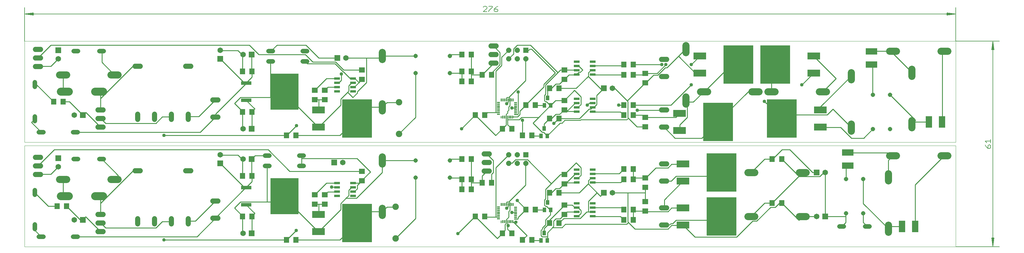
<source format=gtl>
G75*
%MOIN*%
%OFA0B0*%
%FSLAX24Y24*%
%IPPOS*%
%LPD*%
%AMOC8*
5,1,8,0,0,1.08239X$1,22.5*
%
%ADD10C,0.0000*%
%ADD11C,0.0051*%
%ADD12C,0.0060*%
%ADD13C,0.0101*%
%ADD14R,0.0130X0.0320*%
%ADD15R,0.0320X0.0130*%
%ADD16R,0.3299X0.4197*%
%ADD17R,0.1201X0.0400*%
%ADD18R,0.0701X0.0283*%
%ADD19C,0.0520*%
%ADD20R,0.1500X0.0820*%
%ADD21R,0.3500X0.4500*%
%ADD22R,0.0394X0.0551*%
%ADD23C,0.0825*%
%ADD24C,0.0945*%
%ADD25C,0.0600*%
%ADD26C,0.0650*%
%ADD27R,0.0650X0.0650*%
%ADD28R,0.0630X0.0709*%
%ADD29C,0.0750*%
%ADD30R,0.0709X0.0630*%
%ADD31R,0.1339X0.0748*%
%ADD32R,0.0748X0.1339*%
%ADD33C,0.0515*%
%ADD34R,0.0600X0.0600*%
%ADD35OC8,0.0600*%
%ADD36C,0.0100*%
%ADD37C,0.0400*%
D10*
X000169Y000425D02*
X000169Y012236D01*
X108830Y012236D01*
X108830Y000425D01*
X000169Y000425D01*
X000169Y012630D02*
X000169Y024441D01*
X108830Y024441D01*
X108830Y012630D01*
X000169Y012630D01*
D11*
X000169Y024441D02*
X000169Y028358D01*
X000169Y027591D02*
X001193Y027716D01*
X001193Y027465D01*
X000169Y027591D01*
X001193Y027488D01*
X001193Y027539D02*
X000169Y027591D01*
X001193Y027693D01*
X001193Y027642D02*
X000169Y027591D01*
X108830Y027591D01*
X107807Y027488D01*
X107807Y027465D02*
X108830Y027591D01*
X107807Y027693D01*
X107807Y027716D02*
X107807Y027465D01*
X107807Y027539D02*
X108830Y027591D01*
X107807Y027642D01*
X107807Y027716D02*
X108830Y027591D01*
X108830Y028358D02*
X108830Y024441D01*
X113929Y024441D01*
X113161Y024441D02*
X113263Y023417D01*
X113287Y023417D02*
X113161Y024441D01*
X113059Y023417D01*
X113035Y023417D02*
X113287Y023417D01*
X113212Y023417D02*
X113161Y024441D01*
X113110Y023417D01*
X113035Y023417D02*
X113161Y024441D01*
X113161Y000425D01*
X113263Y001449D01*
X113287Y001449D02*
X113161Y000425D01*
X113059Y001449D01*
X113035Y001449D02*
X113287Y001449D01*
X113212Y001449D02*
X113161Y000425D01*
X113110Y001449D01*
X113035Y001449D02*
X113161Y000425D01*
X113929Y000425D02*
X108830Y000425D01*
D12*
X112585Y011904D02*
X112585Y012225D01*
X112691Y012331D01*
X112798Y012331D01*
X112905Y012225D01*
X112905Y012011D01*
X112798Y011904D01*
X112585Y011904D01*
X112371Y012118D01*
X112264Y012331D01*
X112478Y012549D02*
X112264Y012762D01*
X112905Y012762D01*
X112905Y012549D02*
X112905Y012976D01*
X055408Y027953D02*
X055408Y028060D01*
X055301Y028167D01*
X054981Y028167D01*
X054981Y027953D01*
X055087Y027847D01*
X055301Y027847D01*
X055408Y027953D01*
X054981Y028167D02*
X055194Y028381D01*
X055408Y028487D01*
X054763Y028487D02*
X054763Y028381D01*
X054336Y027953D01*
X054336Y027847D01*
X054119Y027847D02*
X053691Y027847D01*
X054119Y028274D01*
X054119Y028381D01*
X054012Y028487D01*
X053798Y028487D01*
X053691Y028381D01*
X054336Y028487D02*
X054763Y028487D01*
D13*
X055778Y015669D02*
X055778Y015449D01*
X055748Y015449D01*
X055748Y015669D01*
X055778Y015669D01*
X055778Y015549D02*
X055748Y015549D01*
X055748Y015649D02*
X055778Y015649D01*
X055778Y003464D02*
X055778Y003244D01*
X055748Y003244D01*
X055748Y003464D01*
X055778Y003464D01*
X055778Y003344D02*
X055748Y003344D01*
X055748Y003444D02*
X055778Y003444D01*
D14*
X055960Y003354D03*
X056157Y003354D03*
X056354Y003354D03*
X056551Y003354D03*
X056748Y003354D03*
X056944Y003354D03*
X057141Y003354D03*
X057173Y005370D03*
X056976Y005370D03*
X056779Y005370D03*
X056582Y005370D03*
X056385Y005370D03*
X056189Y005370D03*
X055992Y005370D03*
X055795Y005370D03*
X055960Y015559D03*
X056157Y015559D03*
X056354Y015559D03*
X056551Y015559D03*
X056748Y015559D03*
X056944Y015559D03*
X057141Y015559D03*
X057173Y017575D03*
X056976Y017575D03*
X056779Y017575D03*
X056582Y017575D03*
X056385Y017575D03*
X056189Y017575D03*
X055992Y017575D03*
X055795Y017575D03*
D15*
X055460Y017272D03*
X055460Y017075D03*
X055460Y016878D03*
X055460Y016681D03*
X055460Y016484D03*
X055460Y016287D03*
X055460Y016091D03*
X055460Y015894D03*
X057476Y015862D03*
X057476Y016059D03*
X057476Y016256D03*
X057476Y016453D03*
X057476Y016650D03*
X057476Y016846D03*
X057476Y017043D03*
X057476Y017240D03*
X057476Y005035D03*
X057476Y004839D03*
X057476Y004642D03*
X057476Y004445D03*
X057476Y004248D03*
X057476Y004051D03*
X057476Y003854D03*
X057476Y003657D03*
X055460Y003689D03*
X055460Y003886D03*
X055460Y004083D03*
X055460Y004280D03*
X055460Y004476D03*
X055460Y004673D03*
X055460Y004870D03*
X055460Y005067D03*
D16*
X030484Y006331D03*
X030484Y018535D03*
D17*
X026031Y017535D03*
X026031Y019535D03*
X026031Y007331D03*
X026031Y005331D03*
D18*
X036645Y006368D03*
X036645Y006868D03*
X038496Y006868D03*
X038496Y006368D03*
X038496Y007368D03*
X036645Y007368D03*
X036645Y007868D03*
X038496Y007868D03*
X064598Y007943D03*
X064598Y008443D03*
X064598Y008943D03*
X064598Y009443D03*
X066448Y009443D03*
X066448Y008943D03*
X066448Y008443D03*
X066448Y007943D03*
X066448Y005506D03*
X066448Y005006D03*
X066448Y004506D03*
X066448Y004006D03*
X064598Y004006D03*
X064598Y004506D03*
X064598Y005006D03*
X064598Y005506D03*
X064598Y016211D03*
X064598Y016711D03*
X064598Y017211D03*
X064598Y017711D03*
X066448Y017711D03*
X066448Y017211D03*
X066448Y016711D03*
X066448Y016211D03*
X066448Y020541D03*
X066448Y021041D03*
X066448Y021541D03*
X066448Y022041D03*
X064598Y022041D03*
X064598Y021541D03*
X064598Y021041D03*
X064598Y020541D03*
X038496Y020073D03*
X036645Y020073D03*
X036645Y019573D03*
X036645Y019073D03*
X038496Y019073D03*
X038496Y019573D03*
X038496Y018573D03*
X036645Y018573D03*
D19*
X033138Y022079D02*
X032618Y022079D01*
X029138Y022079D02*
X028618Y022079D01*
X028618Y023260D02*
X029138Y023260D01*
X032618Y023260D02*
X033138Y023260D01*
X009409Y023260D02*
X008889Y023260D01*
X006409Y023260D02*
X005889Y023260D01*
X001350Y019614D02*
X001350Y019094D01*
X001350Y015614D02*
X001350Y015094D01*
X001846Y013811D02*
X002366Y013811D01*
X005846Y013811D02*
X006366Y013811D01*
X006409Y010661D02*
X005889Y010661D01*
X008889Y010661D02*
X009409Y010661D01*
X001350Y007016D02*
X001350Y006496D01*
X001350Y003016D02*
X001350Y002496D01*
X001846Y001606D02*
X002366Y001606D01*
X005846Y001606D02*
X006366Y001606D01*
X028224Y009874D02*
X028744Y009874D01*
X032224Y009874D02*
X032744Y009874D01*
X032744Y011055D02*
X032224Y011055D01*
X028744Y011055D02*
X028224Y011055D01*
X095259Y002787D02*
X095779Y002787D01*
X098259Y002787D02*
X098779Y002787D01*
D20*
X076984Y002969D03*
X076984Y004969D03*
X076984Y008087D03*
X076984Y010087D03*
X076590Y013992D03*
X076590Y015992D03*
X093039Y016386D03*
X093039Y014386D03*
X092252Y020685D03*
X092252Y022685D03*
X078952Y022685D03*
X078952Y020685D03*
X034464Y016386D03*
X034464Y014386D03*
X034464Y004181D03*
X034464Y002181D03*
D21*
X038964Y003181D03*
X081484Y003969D03*
X081484Y009087D03*
X081090Y014992D03*
X088539Y015386D03*
X087752Y021685D03*
X083452Y021685D03*
X038964Y015386D03*
D22*
X060425Y013378D03*
X061173Y013378D03*
X060799Y014244D03*
X060819Y016921D03*
X061567Y016921D03*
X061193Y017787D03*
X061193Y005583D03*
X061567Y004717D03*
X060819Y004717D03*
X060799Y002039D03*
X061173Y001173D03*
X060425Y001173D03*
D23*
X041901Y004099D02*
X041901Y004924D01*
X041901Y010099D02*
X041901Y010924D01*
X041901Y016304D02*
X041901Y017129D01*
X041901Y022304D02*
X041901Y023129D01*
X011062Y020504D02*
X010237Y020504D01*
X005062Y020504D02*
X004237Y020504D01*
X004237Y008299D02*
X005062Y008299D01*
X010237Y008299D02*
X011062Y008299D01*
X077334Y017091D02*
X077334Y017916D01*
X079040Y018535D02*
X079865Y018535D01*
X085040Y018535D02*
X085865Y018535D01*
X086914Y018535D02*
X087739Y018535D01*
X092914Y018535D02*
X093739Y018535D01*
X096626Y019942D02*
X096626Y020767D01*
X103712Y021161D02*
X103712Y020336D01*
X101912Y023260D02*
X101087Y023260D01*
X107087Y023260D02*
X107912Y023260D01*
X077334Y023091D02*
X077334Y023916D01*
X103712Y015161D02*
X103712Y014336D01*
X096626Y013942D02*
X096626Y014767D01*
X101087Y011055D02*
X101912Y011055D01*
X107087Y011055D02*
X107912Y011055D01*
X100956Y008956D02*
X100956Y008131D01*
X091377Y009087D02*
X090552Y009087D01*
X085377Y009087D02*
X084552Y009087D01*
X084552Y003969D02*
X085377Y003969D01*
X090552Y003969D02*
X091377Y003969D01*
X100956Y002956D02*
X100956Y002131D01*
D24*
X009334Y006331D02*
X008389Y006331D01*
X005334Y006331D02*
X004389Y006331D01*
X004389Y018535D02*
X005334Y018535D01*
X008389Y018535D02*
X009334Y018535D01*
D25*
X009343Y016386D02*
X008743Y016386D01*
X008743Y015386D02*
X009343Y015386D01*
X013361Y015285D02*
X013361Y015885D01*
X015321Y015885D02*
X015321Y015285D01*
X017301Y015285D02*
X017301Y015885D01*
X019261Y015885D02*
X019261Y015285D01*
X022129Y015567D02*
X022729Y015567D01*
X022729Y017567D02*
X022129Y017567D01*
X009343Y014386D02*
X008743Y014386D01*
X002044Y010874D02*
X001444Y010874D01*
X001444Y009874D02*
X002044Y009874D01*
X002044Y008874D02*
X001444Y008874D01*
X013061Y009281D02*
X013661Y009281D01*
X018961Y009281D02*
X019561Y009281D01*
X022129Y005756D02*
X022729Y005756D01*
X022729Y003756D02*
X022129Y003756D01*
X019261Y003681D02*
X019261Y003081D01*
X017301Y003081D02*
X017301Y003681D01*
X015321Y003681D02*
X015321Y003081D01*
X013361Y003081D02*
X013361Y003681D01*
X009343Y003181D02*
X008743Y003181D01*
X008743Y004181D02*
X009343Y004181D01*
X009343Y002181D02*
X008743Y002181D01*
X053806Y009268D02*
X054406Y009268D01*
X054406Y010268D02*
X053806Y010268D01*
X053806Y011268D02*
X054406Y011268D01*
X074491Y010087D02*
X075091Y010087D01*
X075091Y008087D02*
X074491Y008087D01*
X074491Y004969D02*
X075091Y004969D01*
X075091Y002969D02*
X074491Y002969D01*
X074491Y014386D02*
X075091Y014386D01*
X075091Y016386D02*
X074491Y016386D01*
X074491Y020291D02*
X075091Y020291D01*
X075091Y022291D02*
X074491Y022291D01*
X055193Y021866D02*
X054593Y021866D01*
X054593Y022866D02*
X055193Y022866D01*
X055193Y023866D02*
X054593Y023866D01*
X019561Y021485D02*
X018961Y021485D01*
X013661Y021485D02*
X013061Y021485D01*
X002044Y021472D02*
X001444Y021472D01*
X001444Y022472D02*
X002044Y022472D01*
X002044Y023472D02*
X001444Y023472D01*
D26*
X004106Y022366D03*
X023004Y023366D03*
X025653Y022866D03*
X037677Y022472D03*
X068779Y018929D03*
X037283Y010268D03*
X025653Y010661D03*
X023004Y011161D03*
X025653Y014205D03*
X005968Y015780D03*
X004106Y009768D03*
X005968Y003575D03*
X025653Y002000D03*
X068779Y006724D03*
X092582Y003969D03*
X093582Y009087D03*
D27*
X092582Y009087D03*
X093582Y003969D03*
X067779Y006724D03*
X036283Y010268D03*
X026653Y010661D03*
X023004Y010161D03*
X026653Y014205D03*
X006968Y015780D03*
X004106Y010768D03*
X006968Y003575D03*
X026653Y002000D03*
X067779Y018929D03*
X036677Y022472D03*
X026653Y022866D03*
X023004Y022366D03*
X004106Y023366D03*
D28*
X025602Y020898D03*
X026704Y020898D03*
X026704Y016173D03*
X025602Y016173D03*
X030720Y013417D03*
X031822Y013417D03*
X026704Y008693D03*
X025602Y008693D03*
X025602Y003969D03*
X026704Y003969D03*
X030720Y001213D03*
X031822Y001213D03*
X052767Y003969D03*
X053870Y003969D03*
X058673Y004756D03*
X059775Y004756D03*
X061429Y003181D03*
X062531Y003181D03*
X057019Y002000D03*
X055917Y002000D03*
X058279Y001213D03*
X059381Y001213D03*
X070090Y003575D03*
X071193Y003575D03*
X071193Y004756D03*
X070090Y004756D03*
X062531Y006724D03*
X061429Y006724D03*
X054657Y007906D03*
X053555Y007906D03*
X052295Y008299D03*
X051193Y008299D03*
X051193Y007118D03*
X052295Y007118D03*
X052295Y010661D03*
X051193Y010661D03*
X058279Y013417D03*
X059381Y013417D03*
X057019Y014205D03*
X055917Y014205D03*
X061429Y015386D03*
X062531Y015386D03*
X059775Y016961D03*
X058673Y016961D03*
X053870Y015780D03*
X052767Y015780D03*
X061429Y018929D03*
X062531Y018929D03*
X070090Y020504D03*
X071193Y020504D03*
X071193Y021685D03*
X070090Y021685D03*
X054657Y020504D03*
X053555Y020504D03*
X052295Y020898D03*
X051193Y020898D03*
X051193Y019717D03*
X052295Y019717D03*
X052295Y022866D03*
X051193Y022866D03*
X070090Y016961D03*
X071193Y016961D03*
X071193Y015780D03*
X070090Y015780D03*
X087413Y010661D03*
X088515Y010661D03*
X071193Y009480D03*
X070090Y009480D03*
X070090Y008299D03*
X071193Y008299D03*
X087413Y005543D03*
X088515Y005543D03*
X005051Y005150D03*
X003948Y005150D03*
X003555Y017354D03*
X004657Y017354D03*
D29*
X043870Y017286D03*
X043870Y013586D03*
X043476Y005081D03*
X043476Y001381D03*
D30*
X035208Y005386D03*
X034027Y005386D03*
X034027Y006488D03*
X035208Y006488D03*
X039539Y008142D03*
X039539Y009244D03*
X063161Y008850D03*
X063161Y007748D03*
X063161Y005307D03*
X063161Y004205D03*
X072610Y004598D03*
X072610Y005701D03*
X072610Y007354D03*
X072610Y008457D03*
X072610Y014441D03*
X072610Y015543D03*
X063161Y016409D03*
X063161Y017512D03*
X072610Y019559D03*
X072610Y020661D03*
X063161Y021055D03*
X063161Y019953D03*
X039539Y019953D03*
X039539Y021055D03*
X035208Y018693D03*
X034027Y018693D03*
X034027Y017591D03*
X035208Y017591D03*
D31*
X096232Y011429D03*
X096232Y009894D03*
X098988Y021705D03*
X098988Y023240D03*
D32*
X105700Y014992D03*
X107236Y014992D03*
X104086Y002787D03*
X102551Y002787D03*
D33*
X098019Y004331D03*
X096019Y004331D03*
X096019Y008331D03*
X098019Y008331D03*
X099169Y014173D03*
X101169Y014173D03*
X101169Y018173D03*
X099169Y018173D03*
X049807Y020685D03*
X045807Y020685D03*
X045807Y022685D03*
X049807Y022685D03*
X049807Y010480D03*
X045807Y010480D03*
X045807Y008480D03*
X049807Y008480D03*
D34*
X058649Y011161D03*
X058649Y023366D03*
D35*
X057649Y023366D03*
X056649Y023366D03*
X056649Y022366D03*
X057649Y022366D03*
X058649Y022366D03*
X057649Y011161D03*
X056649Y011161D03*
X056649Y010161D03*
X057649Y010161D03*
X058649Y010161D03*
D36*
X058633Y010150D01*
X058633Y007630D01*
X056704Y005701D01*
X056704Y005661D01*
X056783Y005583D01*
X056783Y005386D01*
X056779Y005370D01*
X056783Y005346D01*
X056783Y004677D01*
X056665Y004559D01*
X056665Y003890D01*
X056350Y003575D01*
X056350Y003378D01*
X056354Y003354D01*
X056350Y003339D01*
X056350Y003142D01*
X056232Y003024D01*
X056232Y002315D01*
X055917Y002000D01*
X055326Y001409D01*
X052767Y003969D01*
X052728Y003969D01*
X050720Y001961D01*
X056547Y002472D02*
X057019Y002000D01*
X056547Y002472D02*
X056547Y002906D01*
X056586Y002906D01*
X056547Y002906D02*
X056547Y003339D01*
X056551Y003354D01*
X057141Y003354D02*
X057177Y003339D01*
X057354Y003161D01*
X057492Y003299D01*
X057354Y003161D02*
X058791Y001724D01*
X058279Y001213D01*
X059381Y001213D02*
X059421Y001173D01*
X060425Y001173D01*
X060563Y001606D02*
X060444Y001724D01*
X060444Y002354D01*
X060602Y002512D01*
X060602Y002630D01*
X060956Y002984D01*
X060956Y003575D01*
X061547Y004165D01*
X061547Y004717D01*
X061567Y004717D01*
X061507Y004717D01*
X061074Y005150D01*
X060956Y005150D01*
X060838Y005268D01*
X060838Y005898D01*
X060956Y006016D01*
X060956Y007118D01*
X061645Y007807D01*
X058870Y010583D01*
X057452Y010583D01*
X057059Y010189D01*
X056665Y010189D01*
X056649Y010161D01*
X054854Y010504D02*
X054106Y011252D01*
X054106Y011268D01*
X055169Y009677D02*
X056626Y011134D01*
X056649Y011161D01*
X054854Y010504D02*
X054854Y009087D01*
X054657Y008890D01*
X054657Y007906D01*
X053555Y007906D02*
X053555Y008693D01*
X054106Y009244D01*
X054106Y009268D01*
X055169Y009677D02*
X055169Y003890D01*
X055444Y003890D01*
X055460Y003886D01*
X055169Y003890D02*
X053948Y003890D01*
X053870Y003969D01*
X057019Y004441D02*
X057452Y004441D01*
X057476Y004445D01*
X057767Y003850D02*
X058673Y004756D01*
X058673Y004795D01*
X057649Y005819D01*
X056704Y005661D02*
X056468Y005661D01*
X056389Y005583D01*
X056389Y005386D01*
X056385Y005370D01*
X056582Y005370D02*
X056586Y005346D01*
X056586Y005071D01*
X056429Y004913D01*
X059775Y004756D02*
X059815Y004717D01*
X060819Y004717D01*
X061429Y003535D02*
X063161Y005268D01*
X063161Y005307D01*
X064067Y005307D01*
X064460Y004913D01*
X064578Y005031D01*
X064598Y005006D01*
X064618Y004992D01*
X064696Y005071D01*
X065090Y004677D01*
X065090Y004323D01*
X064775Y004008D01*
X064618Y004008D01*
X064598Y004006D01*
X065011Y003732D02*
X063082Y003732D01*
X062531Y003181D01*
X062649Y003693D02*
X063161Y004205D01*
X063200Y004205D01*
X063476Y004480D01*
X064578Y004480D01*
X064598Y004506D01*
X064618Y004520D01*
X065011Y003732D02*
X065759Y004480D01*
X065956Y004480D01*
X065956Y005740D01*
X066960Y006744D01*
X065956Y007748D01*
X065917Y007748D01*
X064893Y006724D01*
X062531Y006724D01*
X062177Y007236D02*
X061665Y006724D01*
X061429Y006724D01*
X061193Y006488D01*
X061193Y005583D01*
X065956Y004480D02*
X066429Y004480D01*
X066448Y004506D01*
X066468Y004992D02*
X066448Y005006D01*
X066468Y004992D02*
X069854Y004992D01*
X070090Y004756D01*
X071193Y004756D02*
X071232Y004598D01*
X072610Y004598D01*
X072649Y004598D01*
X072728Y004520D01*
X075248Y004520D01*
X075681Y004953D01*
X076980Y004953D01*
X076984Y004969D01*
X074815Y004992D02*
X074791Y004969D01*
X074815Y004992D02*
X074815Y005898D01*
X076980Y008063D01*
X076984Y008087D01*
X076193Y008654D02*
X081035Y008654D01*
X081468Y009087D01*
X081484Y009087D01*
X084964Y009087D02*
X084972Y009087D01*
X086547Y010661D01*
X087413Y010661D01*
X087452Y010661D01*
X088555Y011764D01*
X089460Y011764D01*
X092137Y009087D01*
X092582Y009087D01*
X092964Y008614D02*
X093437Y009087D01*
X093582Y009087D01*
X093594Y009047D01*
X093594Y004008D01*
X093582Y003969D01*
X095996Y003969D01*
X095996Y004323D01*
X096019Y004331D01*
X098019Y004331D02*
X098043Y004323D01*
X098043Y003260D01*
X098515Y002787D01*
X098519Y002787D01*
X100956Y002551D02*
X100956Y002543D01*
X100996Y002551D01*
X101232Y002787D01*
X102551Y002787D01*
X100956Y002551D02*
X098043Y005465D01*
X098043Y008299D01*
X098019Y008331D01*
X096035Y008339D02*
X096019Y008331D01*
X096035Y008339D02*
X096035Y009677D01*
X096232Y009874D01*
X096232Y009894D01*
X100956Y010504D02*
X101468Y011016D01*
X101500Y011055D01*
X101468Y011055D01*
X101114Y011409D01*
X096232Y011409D01*
X096232Y011429D01*
X100956Y010504D02*
X100956Y008543D01*
X104106Y007669D02*
X107492Y011055D01*
X107500Y011055D01*
X099145Y014165D02*
X098082Y013102D01*
X096665Y013102D01*
X095405Y014362D01*
X093043Y014362D01*
X093039Y014386D01*
X094500Y016488D02*
X096626Y014362D01*
X096626Y014354D01*
X099145Y014165D02*
X099169Y014173D01*
X103712Y014748D02*
X103988Y014992D01*
X105700Y014992D01*
X104145Y015189D02*
X103712Y014756D01*
X103712Y014748D01*
X104145Y015189D02*
X101193Y018142D01*
X101169Y018173D01*
X099169Y018173D02*
X099145Y018181D01*
X099145Y021528D01*
X098988Y021685D01*
X098988Y021705D01*
X101271Y023220D02*
X103712Y020780D01*
X103712Y020748D01*
X096626Y020354D02*
X096626Y020346D01*
X093043Y016764D01*
X093043Y016409D01*
X093039Y016386D01*
X093830Y015819D02*
X094500Y016488D01*
X093830Y015819D02*
X088948Y015819D01*
X088555Y015425D01*
X088539Y015386D01*
X088515Y015386D01*
X086507Y017394D01*
X087326Y018535D02*
X087334Y018535D01*
X087334Y021291D01*
X087728Y021685D01*
X087752Y021685D01*
X083452Y021685D02*
X082649Y021685D01*
X079500Y018535D01*
X079452Y018535D01*
X079421Y018535D01*
X078200Y017315D01*
X077531Y017315D01*
X077334Y017504D01*
X077334Y017472D01*
X077492Y017315D01*
X077492Y015543D01*
X076626Y014677D01*
X076626Y014008D01*
X076590Y013992D01*
X076074Y013102D02*
X074791Y014386D01*
X072610Y014441D02*
X071626Y014441D01*
X070622Y015445D01*
X070444Y015268D01*
X065090Y015268D01*
X065011Y015189D01*
X063200Y015189D01*
X062885Y014874D01*
X062649Y014874D01*
X061193Y013417D01*
X061173Y013378D01*
X061153Y013378D01*
X060720Y013811D01*
X060563Y013811D01*
X059500Y014874D01*
X060149Y015524D01*
X060130Y015543D01*
X058161Y015543D01*
X057885Y015268D01*
X056547Y015268D01*
X056547Y015543D01*
X056551Y015559D01*
X056354Y015559D02*
X056350Y015583D01*
X056350Y015858D01*
X056547Y016055D01*
X056547Y016252D01*
X056665Y016370D01*
X056665Y016764D01*
X056783Y016882D01*
X056783Y017551D01*
X056779Y017575D01*
X056783Y017591D01*
X056783Y017787D01*
X056704Y017866D01*
X056704Y017906D01*
X058633Y019835D01*
X058633Y022354D01*
X058649Y022366D01*
X057216Y022945D02*
X056665Y022394D01*
X056649Y022366D01*
X055838Y022551D02*
X056626Y023339D01*
X056649Y023366D01*
X057216Y023535D02*
X057216Y022945D01*
X058649Y023366D02*
X058673Y023378D01*
X058988Y023378D01*
X059106Y023496D01*
X059342Y023496D01*
X062098Y020740D01*
X060759Y019402D01*
X060759Y019087D01*
X058673Y017000D01*
X058673Y016961D01*
X057964Y016252D01*
X057964Y015858D01*
X057689Y015583D01*
X057177Y015583D01*
X057141Y015559D01*
X057476Y015862D02*
X057492Y015858D01*
X057689Y015858D01*
X057767Y015937D01*
X057767Y018496D01*
X056704Y017866D02*
X056468Y017866D01*
X056389Y017787D01*
X056389Y017591D01*
X056385Y017575D01*
X056582Y017575D02*
X056586Y017551D01*
X056586Y017276D01*
X056429Y017118D01*
X057019Y016646D02*
X057452Y016646D01*
X057476Y016650D01*
X055460Y016091D02*
X055444Y016094D01*
X055169Y016094D01*
X055169Y020937D01*
X055838Y021606D01*
X055838Y022551D01*
X055641Y023102D02*
X054893Y023850D01*
X054893Y023866D01*
X055641Y023102D02*
X055641Y021685D01*
X054657Y020701D01*
X054657Y020504D01*
X053594Y020504D02*
X053555Y020504D01*
X052295Y020504D01*
X052295Y019717D01*
X051193Y019717D02*
X051193Y020898D01*
X051153Y020701D01*
X049815Y020701D01*
X049807Y020685D01*
X052295Y020504D02*
X052295Y020898D01*
X052295Y022866D01*
X051193Y022866D02*
X049972Y022866D01*
X049815Y022709D01*
X049807Y022685D01*
X045807Y022685D02*
X045799Y022709D01*
X041901Y022709D01*
X041901Y022717D01*
X041862Y022709D01*
X041626Y022472D01*
X040051Y022472D01*
X040051Y019598D01*
X038988Y018535D01*
X038988Y018378D01*
X038476Y017866D01*
X037866Y018476D01*
X038004Y018614D01*
X038004Y019244D01*
X038319Y019559D01*
X038476Y019559D01*
X038496Y019573D01*
X038515Y019559D01*
X038515Y019087D02*
X038496Y019073D01*
X038515Y019087D02*
X038673Y019087D01*
X039185Y019598D01*
X038712Y020071D01*
X038515Y020071D01*
X038496Y020073D01*
X038476Y020110D01*
X038122Y020110D01*
X037374Y020858D01*
X037334Y020858D01*
X036389Y021803D01*
X033161Y021803D01*
X032885Y022079D01*
X032878Y022079D01*
X032925Y022866D02*
X033791Y022000D01*
X036468Y022000D01*
X037413Y021055D01*
X039539Y021055D01*
X037137Y020583D02*
X037137Y019874D01*
X036862Y019598D01*
X036665Y019598D01*
X036645Y019573D01*
X036645Y019073D02*
X036626Y019047D01*
X035563Y019047D01*
X035208Y018693D01*
X034027Y018693D02*
X035405Y020071D01*
X036626Y020071D01*
X036645Y020073D01*
X039185Y019598D02*
X039539Y019953D01*
X037866Y018476D02*
X037059Y017669D01*
X037059Y016961D01*
X034500Y014402D01*
X034464Y014386D01*
X034421Y014402D01*
X030405Y018417D01*
X030484Y018535D01*
X028870Y017906D01*
X028870Y022079D01*
X028878Y022079D01*
X027492Y022866D02*
X026389Y023969D01*
X003240Y023969D01*
X001744Y022472D01*
X003240Y021488D02*
X004106Y022354D01*
X004106Y022366D01*
X003240Y021488D02*
X001744Y021488D01*
X001744Y021472D01*
X004649Y020504D02*
X004657Y020504D01*
X004657Y018732D01*
X004854Y018535D01*
X004862Y018535D01*
X003555Y017354D02*
X001468Y019441D01*
X001350Y019323D01*
X001350Y019354D01*
X008862Y018535D02*
X008870Y018535D01*
X009027Y018378D01*
X009027Y017748D01*
X009067Y017748D01*
X012767Y021449D01*
X013358Y021449D01*
X013361Y021485D01*
X010649Y020504D02*
X010641Y020504D01*
X009185Y021961D01*
X009185Y023260D01*
X009149Y023260D01*
X023004Y023339D02*
X023004Y023366D01*
X023004Y023339D02*
X025051Y023339D01*
X025563Y022827D01*
X025653Y022866D01*
X025641Y022866D01*
X025602Y022827D01*
X025602Y020898D01*
X026665Y020898D02*
X026704Y020898D01*
X026704Y020228D01*
X026035Y019559D01*
X026031Y019535D01*
X025917Y019402D01*
X022452Y015937D01*
X022452Y015583D01*
X022429Y015567D01*
X022413Y015543D01*
X020681Y013811D01*
X006106Y013811D01*
X007334Y016094D02*
X009043Y014386D01*
X009618Y014835D02*
X009067Y015386D01*
X009043Y015386D01*
X007334Y016094D02*
X007019Y015780D01*
X006968Y015780D01*
X006980Y015780D01*
X005405Y017354D01*
X004657Y017354D01*
X009027Y017748D02*
X009027Y016409D01*
X009043Y016386D01*
X009618Y014835D02*
X015484Y014835D01*
X016232Y015583D01*
X017295Y015583D01*
X017301Y015585D01*
X019261Y015585D02*
X019263Y015622D01*
X020484Y015622D01*
X022429Y017567D01*
X024657Y017157D02*
X025366Y017866D01*
X029815Y017866D01*
X030484Y018535D01*
X034027Y017591D02*
X034500Y017591D01*
X034500Y016409D01*
X034464Y016386D01*
X034500Y017591D02*
X035208Y017591D01*
X038988Y015425D02*
X040287Y016724D01*
X041862Y016724D01*
X041901Y016717D01*
X041901Y016724D01*
X042452Y017276D01*
X043870Y017276D01*
X043870Y017286D01*
X045799Y015543D02*
X043870Y013614D01*
X043870Y013586D01*
X045799Y015543D02*
X045799Y020661D01*
X045807Y020685D01*
X040051Y022472D02*
X037677Y022472D01*
X036677Y022472D02*
X034500Y022472D01*
X033004Y023969D01*
X029618Y023969D01*
X028909Y023260D01*
X028878Y023260D01*
X027492Y022866D02*
X032925Y022866D01*
X026665Y022866D02*
X026653Y022866D01*
X026665Y022866D02*
X026665Y020898D01*
X026031Y019535D02*
X025996Y019520D01*
X025917Y019441D01*
X023004Y022354D01*
X023004Y022366D01*
X026031Y017535D02*
X026035Y017512D01*
X027019Y016528D01*
X026704Y016213D01*
X026704Y016173D01*
X026704Y014244D01*
X026665Y014205D01*
X026653Y014205D01*
X025653Y014205D02*
X025641Y014205D01*
X025602Y014244D01*
X025602Y016173D01*
X025602Y016213D01*
X024657Y017157D01*
X030759Y013417D02*
X031901Y014559D01*
X031822Y013417D02*
X036980Y013417D01*
X038948Y015386D01*
X038964Y015386D01*
X038988Y015425D01*
X030759Y013417D02*
X030720Y013417D01*
X016429Y013417D01*
X023004Y011161D02*
X023004Y011134D01*
X025051Y011134D01*
X025563Y010622D01*
X025653Y010661D01*
X025641Y010661D01*
X025602Y010622D01*
X025602Y008693D01*
X026665Y008693D02*
X026704Y008693D01*
X026704Y008024D01*
X026035Y007354D01*
X026031Y007331D01*
X025878Y007236D01*
X022452Y003811D01*
X022452Y003772D01*
X022429Y003756D01*
X022413Y003732D01*
X020287Y001606D01*
X006106Y001606D01*
X007295Y003929D02*
X009043Y002181D01*
X009618Y002630D02*
X009067Y003181D01*
X009043Y003181D01*
X007295Y003929D02*
X006980Y003614D01*
X006968Y003575D01*
X006941Y003575D01*
X006783Y003417D01*
X005051Y005150D01*
X003948Y005150D02*
X002925Y005150D01*
X001350Y006724D01*
X001350Y006756D01*
X004657Y006528D02*
X004854Y006331D01*
X004862Y006331D01*
X004657Y006528D02*
X004657Y008299D01*
X004649Y008299D01*
X003240Y008890D02*
X004106Y009756D01*
X004106Y009768D01*
X003633Y011764D02*
X001744Y009874D01*
X001744Y008890D02*
X001744Y008874D01*
X001744Y008890D02*
X003240Y008890D01*
X009149Y010661D02*
X009185Y010661D01*
X011114Y008732D01*
X010681Y008299D01*
X010649Y008299D01*
X012767Y009244D02*
X009067Y005543D01*
X009027Y005543D01*
X009027Y004205D01*
X009043Y004181D01*
X009027Y005543D02*
X009027Y006173D01*
X008870Y006331D01*
X008862Y006331D01*
X015484Y002630D02*
X016232Y003378D01*
X017295Y003378D01*
X017301Y003381D01*
X019261Y003381D02*
X019263Y003417D01*
X020090Y003417D01*
X022429Y005756D01*
X024657Y004953D02*
X025366Y005661D01*
X028476Y005661D01*
X028476Y009874D01*
X028484Y009874D01*
X027059Y011055D02*
X026665Y010661D01*
X026653Y010661D01*
X026665Y010622D01*
X026665Y008693D01*
X028594Y011764D02*
X031114Y009244D01*
X039539Y009244D01*
X040523Y009165D02*
X039539Y008181D01*
X039539Y008142D01*
X039224Y007866D01*
X038515Y007866D01*
X038496Y007868D01*
X038988Y007591D02*
X039539Y008142D01*
X038988Y007591D02*
X038988Y007197D01*
X038673Y006882D01*
X038515Y006882D01*
X038496Y006868D01*
X038319Y007354D02*
X038004Y007039D01*
X038004Y006409D01*
X037708Y006114D01*
X037728Y006094D01*
X038909Y006094D01*
X041901Y009087D01*
X041901Y010512D01*
X041901Y010504D01*
X045799Y010504D01*
X045807Y010480D01*
X049807Y010480D02*
X049815Y010504D01*
X049972Y010661D01*
X051193Y010661D01*
X052295Y010661D02*
X052295Y008299D01*
X052295Y007906D01*
X053555Y007906D01*
X052295Y007906D02*
X052295Y007118D01*
X051193Y007118D02*
X051193Y008299D01*
X051153Y008299D01*
X050996Y008457D01*
X049815Y008457D01*
X049807Y008480D01*
X045807Y008480D02*
X045799Y008457D01*
X045799Y003732D01*
X043476Y001409D01*
X043476Y001381D01*
X038948Y003181D02*
X036980Y001213D01*
X031822Y001213D01*
X030759Y001213D02*
X030720Y001213D01*
X016429Y001213D01*
X015484Y002630D02*
X009618Y002630D01*
X002106Y001606D02*
X002098Y001606D01*
X001153Y002551D01*
X001350Y002748D01*
X001350Y002756D01*
X024657Y004953D02*
X025602Y004008D01*
X025602Y003969D01*
X025602Y002039D01*
X025641Y002000D01*
X025653Y002000D01*
X026653Y002000D02*
X026665Y002000D01*
X026704Y002039D01*
X026704Y003969D01*
X026704Y004008D01*
X027019Y004323D01*
X026035Y005307D01*
X026031Y005331D01*
X028476Y005661D02*
X029815Y005661D01*
X030484Y006331D01*
X030405Y006213D01*
X034421Y002197D01*
X034464Y002181D01*
X034500Y002197D01*
X037059Y004756D01*
X037059Y005465D01*
X037708Y006114D01*
X036645Y006868D02*
X036626Y006843D01*
X035563Y006843D01*
X035208Y006488D01*
X034027Y006488D02*
X035405Y007866D01*
X036626Y007866D01*
X036645Y007868D01*
X036626Y007394D02*
X035996Y007394D01*
X036626Y007394D02*
X036645Y007368D01*
X038319Y007354D02*
X038476Y007354D01*
X038496Y007368D01*
X038515Y007354D01*
X040523Y009165D02*
X038948Y010740D01*
X032492Y010740D01*
X032492Y009874D01*
X032484Y009874D01*
X032492Y010740D02*
X032492Y011055D01*
X032484Y011055D01*
X028594Y011764D02*
X003633Y011764D01*
X002106Y013811D02*
X002098Y013811D01*
X000956Y014953D01*
X001350Y015346D01*
X001350Y015354D01*
X023004Y010161D02*
X023004Y010150D01*
X025917Y007236D01*
X025996Y007315D01*
X026031Y007331D01*
X034027Y005386D02*
X034500Y005386D01*
X034500Y004205D01*
X034464Y004181D01*
X034500Y005386D02*
X035208Y005386D01*
X038988Y003220D02*
X040287Y004520D01*
X041862Y004520D01*
X041901Y004512D01*
X041901Y004520D01*
X042452Y005071D01*
X043476Y005071D01*
X043476Y005081D01*
X038988Y003220D02*
X038964Y003181D01*
X038948Y003181D01*
X031862Y002315D02*
X030759Y001213D01*
X057476Y003657D02*
X057492Y003654D01*
X057689Y003654D01*
X057767Y003732D01*
X057767Y003850D01*
X060799Y002551D02*
X061429Y003181D01*
X061429Y003535D01*
X061901Y003417D02*
X062177Y003693D01*
X062649Y003693D01*
X061901Y003417D02*
X061901Y002787D01*
X061803Y002689D01*
X061822Y002669D01*
X062885Y002669D01*
X063279Y003063D01*
X070444Y003063D01*
X070602Y003220D01*
X070641Y003220D01*
X070661Y003240D01*
X071389Y002512D01*
X075248Y002512D01*
X075681Y002945D01*
X076980Y002945D01*
X076984Y002969D01*
X077019Y002945D01*
X078397Y001567D01*
X083279Y001567D01*
X085130Y003417D01*
X085602Y003417D01*
X087216Y005031D01*
X087767Y005031D01*
X088279Y005543D01*
X088515Y005543D01*
X090523Y003535D01*
X090956Y003969D01*
X090964Y003969D01*
X092582Y003969D01*
X095523Y002787D02*
X095996Y003260D01*
X095996Y003969D01*
X095523Y002787D02*
X095519Y002787D01*
X104086Y002787D02*
X104106Y002787D01*
X104106Y007669D01*
X092964Y008614D02*
X090523Y008614D01*
X090484Y008614D01*
X087452Y005583D01*
X087452Y005543D01*
X087413Y005543D01*
X086547Y005543D01*
X084972Y003969D01*
X084964Y003969D01*
X081484Y003969D02*
X081468Y003969D01*
X081035Y003535D01*
X076193Y003535D01*
X075799Y003142D01*
X075602Y003142D01*
X075444Y002984D01*
X074815Y002984D01*
X074791Y002969D01*
X071193Y003575D02*
X071193Y004756D01*
X070090Y003575D02*
X069696Y003969D01*
X066468Y003969D01*
X066448Y004006D01*
X070563Y003339D02*
X070563Y006724D01*
X072610Y006724D01*
X072610Y005701D01*
X072610Y006724D02*
X072610Y007354D01*
X070563Y006724D02*
X068779Y006724D01*
X067779Y006724D02*
X067767Y006724D01*
X067374Y006331D01*
X066960Y006744D01*
X065956Y007748D02*
X065956Y008142D01*
X066232Y008417D01*
X066429Y008417D01*
X066448Y008443D01*
X066448Y008943D02*
X066468Y008969D01*
X069578Y008969D01*
X070090Y009480D01*
X071193Y009480D02*
X071193Y008299D01*
X071232Y008457D01*
X072610Y008457D01*
X072649Y008457D01*
X073830Y009638D01*
X075248Y009638D01*
X075681Y010071D01*
X076980Y010071D01*
X076984Y010087D01*
X076193Y008654D02*
X075641Y008102D01*
X074815Y008102D01*
X074791Y008087D01*
X070090Y008299D02*
X069736Y007945D01*
X066468Y007945D01*
X066448Y007943D01*
X065090Y008772D02*
X064775Y008457D01*
X064657Y008457D01*
X064598Y008443D01*
X064618Y008457D01*
X064578Y008929D02*
X064598Y008943D01*
X064578Y008929D02*
X064421Y008929D01*
X063437Y007945D01*
X063161Y007748D01*
X063122Y007748D01*
X062610Y007236D01*
X062177Y007236D01*
X063161Y007748D02*
X063319Y007906D01*
X064578Y007906D01*
X064598Y007943D01*
X062689Y008850D02*
X061645Y007807D01*
X062689Y008850D02*
X063161Y008850D01*
X064539Y010228D01*
X065090Y009677D01*
X065090Y008772D01*
X076074Y013102D02*
X079185Y013102D01*
X081074Y014992D01*
X081090Y014992D01*
X081114Y015031D01*
X084618Y018535D01*
X085452Y018535D01*
X090878Y019323D02*
X092216Y020661D01*
X092252Y020685D01*
X092256Y022669D02*
X094854Y020071D01*
X093319Y018535D01*
X093326Y018535D01*
X078952Y020685D02*
X078948Y020701D01*
X078437Y020701D01*
X076488Y022650D01*
X076468Y022630D01*
X076429Y022630D01*
X075130Y021331D01*
X074933Y021331D01*
X074067Y020465D01*
X073555Y020465D01*
X072649Y019559D01*
X072610Y019559D01*
X070504Y017453D01*
X070563Y017394D01*
X070563Y015504D01*
X070622Y015445D01*
X070090Y015780D02*
X069696Y016173D01*
X066468Y016173D01*
X066448Y016211D01*
X066232Y016488D02*
X066035Y016488D01*
X064933Y015386D01*
X062531Y015386D01*
X062492Y015386D01*
X061941Y014835D01*
X061429Y015386D02*
X060799Y014756D01*
X060799Y014244D01*
X060425Y013378D02*
X059421Y013378D01*
X059381Y013417D01*
X058279Y013417D02*
X058279Y015189D01*
X060149Y015524D02*
X061547Y016921D01*
X061567Y016921D01*
X061586Y016961D01*
X062137Y017512D01*
X063161Y017512D01*
X064342Y018693D01*
X065090Y017945D01*
X065090Y017039D01*
X064775Y016724D01*
X064657Y016724D01*
X064598Y016711D01*
X064618Y016724D01*
X064421Y017197D02*
X063476Y016252D01*
X063161Y016409D01*
X063122Y016409D01*
X062610Y015898D01*
X062177Y015898D01*
X061665Y015386D01*
X061429Y015386D01*
X063161Y016409D02*
X063358Y016213D01*
X064578Y016213D01*
X064598Y016211D01*
X065838Y016961D02*
X066074Y017197D01*
X066429Y017197D01*
X066448Y017211D01*
X066626Y016724D02*
X066941Y017039D01*
X066941Y018102D01*
X067767Y018929D01*
X067779Y018929D01*
X067531Y018732D01*
X065956Y020307D01*
X065917Y020307D01*
X064539Y018929D01*
X062531Y018929D01*
X062177Y019441D02*
X061665Y018929D01*
X061429Y018929D01*
X061193Y018693D01*
X061193Y017787D01*
X061074Y017354D02*
X061507Y016921D01*
X061567Y016921D01*
X060819Y016921D02*
X059815Y016921D01*
X059775Y016961D01*
X060838Y017472D02*
X060956Y017354D01*
X061074Y017354D01*
X060838Y017472D02*
X060838Y018102D01*
X060956Y018220D01*
X060956Y019323D01*
X062393Y020760D01*
X059185Y023969D01*
X057649Y023969D01*
X057216Y023535D01*
X054893Y021866D02*
X054893Y021843D01*
X053594Y020543D01*
X053594Y020504D01*
X062177Y019441D02*
X062610Y019441D01*
X063122Y019953D01*
X063161Y019953D01*
X063712Y020504D01*
X064578Y020504D01*
X064598Y020541D01*
X064618Y020583D01*
X064815Y020780D01*
X065011Y020780D01*
X065287Y021055D01*
X064815Y021528D01*
X064618Y021528D01*
X064598Y021541D01*
X064578Y021055D02*
X063161Y021055D01*
X062689Y021055D01*
X062393Y020760D01*
X064578Y021055D02*
X064598Y021041D01*
X064618Y021055D01*
X065956Y020740D02*
X065956Y020307D01*
X065956Y020740D02*
X066232Y021016D01*
X066429Y021016D01*
X066448Y021041D01*
X066448Y020541D02*
X066468Y020504D01*
X070090Y020504D01*
X071193Y020504D02*
X072452Y020504D01*
X072610Y020661D01*
X073988Y020661D01*
X075011Y021685D01*
X074539Y021685D02*
X071193Y021685D01*
X070090Y021685D02*
X069972Y021567D01*
X066468Y021567D01*
X066448Y021541D01*
X068909Y019047D02*
X068791Y018929D01*
X068779Y018929D01*
X068909Y019047D02*
X070504Y017453D01*
X070090Y016961D02*
X069500Y016961D01*
X071193Y016961D02*
X075602Y016961D01*
X077964Y019323D01*
X077964Y021685D02*
X078948Y022669D01*
X078952Y022685D01*
X077334Y023535D02*
X076468Y022669D01*
X076488Y022650D01*
X077334Y023504D02*
X077334Y023535D01*
X092252Y022685D02*
X092256Y022669D01*
X098988Y023240D02*
X098988Y023260D01*
X101500Y023260D01*
X101271Y023220D01*
X107256Y023024D02*
X107492Y023260D01*
X107500Y023260D01*
X107256Y023024D02*
X107256Y014992D01*
X107236Y014992D01*
X090523Y008654D02*
X088515Y010661D01*
X090523Y008654D02*
X090956Y009087D01*
X090964Y009087D01*
X090523Y008654D02*
X090523Y008614D01*
X070661Y003240D02*
X070563Y003339D01*
X061803Y002689D02*
X061193Y002079D01*
X061193Y001606D01*
X060563Y001606D01*
X061193Y001606D02*
X061193Y001173D01*
X061173Y001173D01*
X060799Y002039D02*
X060799Y002551D01*
X028484Y011055D02*
X027059Y011055D01*
X013361Y009281D02*
X013358Y009244D01*
X012767Y009244D01*
X051153Y014205D02*
X052728Y015780D01*
X052767Y015780D01*
X055130Y013417D01*
X055917Y014205D01*
X056350Y014638D01*
X056350Y015543D01*
X056354Y015559D01*
X056547Y015268D02*
X056547Y014677D01*
X057019Y014205D01*
X054185Y016094D02*
X053870Y015780D01*
X054185Y016094D02*
X055169Y016094D01*
X064421Y017197D02*
X064578Y017197D01*
X064598Y017211D01*
X066232Y016488D02*
X066429Y016685D01*
X066448Y016711D01*
X066468Y016724D01*
X066626Y016724D01*
X071193Y015780D02*
X072374Y015780D01*
X072610Y015543D01*
X076153Y015543D01*
X076586Y015976D01*
X076590Y015992D01*
X074791Y016386D02*
X074775Y016370D01*
X071665Y016370D01*
D37*
X071665Y016370D03*
X069500Y016961D03*
X065838Y016961D03*
X058279Y015189D03*
X061941Y014835D03*
X057019Y016646D03*
X056429Y017118D03*
X057767Y018496D03*
X051153Y014205D03*
X031901Y014559D03*
X016429Y013417D03*
X035996Y007394D03*
X031862Y002315D03*
X016429Y001213D03*
X050720Y001961D03*
X056586Y002906D03*
X057492Y003299D03*
X057019Y004441D03*
X056429Y004913D03*
X057649Y005819D03*
X086507Y017394D03*
X090878Y019323D03*
X077964Y019323D03*
X077964Y021685D03*
X075011Y021685D03*
X074539Y021685D03*
X037137Y020583D03*
M02*

</source>
